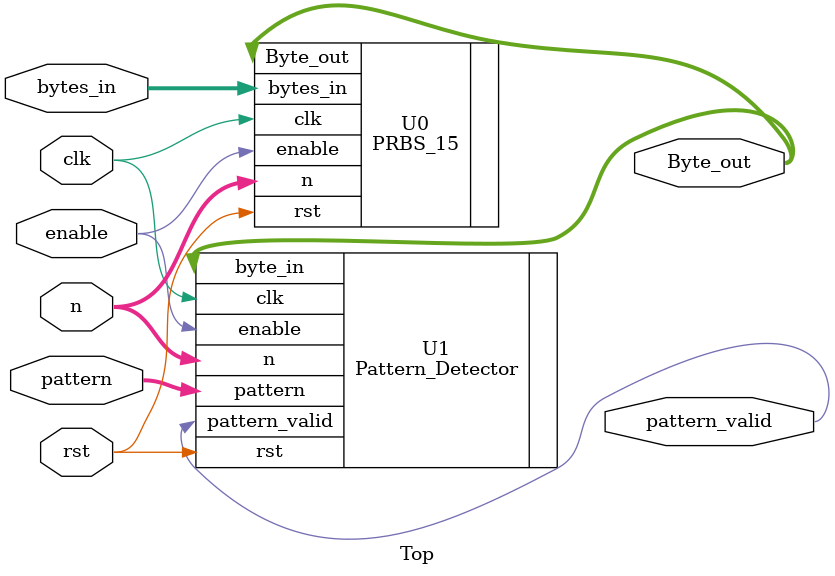
<source format=v>
module Top (
output [7:0] Byte_out,
output pattern_valid,
input [7:0] n,
input [31:0] bytes_in, pattern,
input clk, rst, enable 
);

PRBS_15 U0(
	.Byte_out(Byte_out),
	.bytes_in(bytes_in),
	.n(n),
	.clk(clk), 
	.rst(rst), 
	.enable(enable)
);

Pattern_Detector U1(
	.pattern_valid(pattern_valid),
	.pattern(pattern), 
	.byte_in(Byte_out),
	.n(n),
	.rst(rst), 
	.clk(clk), 
	.enable(enable)
);
endmodule 

</source>
